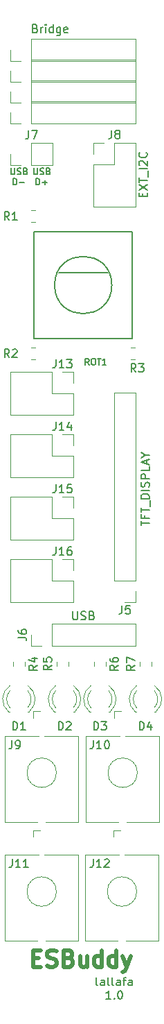
<source format=gbr>
G04 #@! TF.GenerationSoftware,KiCad,Pcbnew,(5.1.5-0-10_14)*
G04 #@! TF.CreationDate,2021-03-12T21:21:17+01:00*
G04 #@! TF.ProjectId,es_base,65735f62-6173-4652-9e6b-696361645f70,rev?*
G04 #@! TF.SameCoordinates,Original*
G04 #@! TF.FileFunction,Legend,Top*
G04 #@! TF.FilePolarity,Positive*
%FSLAX46Y46*%
G04 Gerber Fmt 4.6, Leading zero omitted, Abs format (unit mm)*
G04 Created by KiCad (PCBNEW (5.1.5-0-10_14)) date 2021-03-12 21:21:17*
%MOMM*%
%LPD*%
G04 APERTURE LIST*
%ADD10C,0.150000*%
%ADD11C,0.127000*%
%ADD12C,0.152400*%
%ADD13C,0.500000*%
%ADD14C,0.120000*%
%ADD15C,0.203200*%
G04 APERTURE END LIST*
D10*
X134326380Y-103004380D02*
X134326380Y-102432952D01*
X135326380Y-102718666D02*
X134326380Y-102718666D01*
X134802571Y-101766285D02*
X134802571Y-102099619D01*
X135326380Y-102099619D02*
X134326380Y-102099619D01*
X134326380Y-101623428D01*
X134326380Y-101385333D02*
X134326380Y-100813904D01*
X135326380Y-101099619D02*
X134326380Y-101099619D01*
X135421619Y-100718666D02*
X135421619Y-99956761D01*
X135326380Y-99718666D02*
X134326380Y-99718666D01*
X134326380Y-99480571D01*
X134374000Y-99337714D01*
X134469238Y-99242476D01*
X134564476Y-99194857D01*
X134754952Y-99147238D01*
X134897809Y-99147238D01*
X135088285Y-99194857D01*
X135183523Y-99242476D01*
X135278761Y-99337714D01*
X135326380Y-99480571D01*
X135326380Y-99718666D01*
X135326380Y-98718666D02*
X134326380Y-98718666D01*
X135278761Y-98290095D02*
X135326380Y-98147238D01*
X135326380Y-97909142D01*
X135278761Y-97813904D01*
X135231142Y-97766285D01*
X135135904Y-97718666D01*
X135040666Y-97718666D01*
X134945428Y-97766285D01*
X134897809Y-97813904D01*
X134850190Y-97909142D01*
X134802571Y-98099619D01*
X134754952Y-98194857D01*
X134707333Y-98242476D01*
X134612095Y-98290095D01*
X134516857Y-98290095D01*
X134421619Y-98242476D01*
X134374000Y-98194857D01*
X134326380Y-98099619D01*
X134326380Y-97861523D01*
X134374000Y-97718666D01*
X135326380Y-97290095D02*
X134326380Y-97290095D01*
X134326380Y-96909142D01*
X134374000Y-96813904D01*
X134421619Y-96766285D01*
X134516857Y-96718666D01*
X134659714Y-96718666D01*
X134754952Y-96766285D01*
X134802571Y-96813904D01*
X134850190Y-96909142D01*
X134850190Y-97290095D01*
X135326380Y-95813904D02*
X135326380Y-96290095D01*
X134326380Y-96290095D01*
X135040666Y-95528190D02*
X135040666Y-95052000D01*
X135326380Y-95623428D02*
X134326380Y-95290095D01*
X135326380Y-94956761D01*
X134850190Y-94432952D02*
X135326380Y-94432952D01*
X134326380Y-94766285D02*
X134850190Y-94432952D01*
X134326380Y-94099619D01*
X125992095Y-113498380D02*
X125992095Y-114307904D01*
X126039714Y-114403142D01*
X126087333Y-114450761D01*
X126182571Y-114498380D01*
X126373047Y-114498380D01*
X126468285Y-114450761D01*
X126515904Y-114403142D01*
X126563523Y-114307904D01*
X126563523Y-113498380D01*
X126992095Y-114450761D02*
X127134952Y-114498380D01*
X127373047Y-114498380D01*
X127468285Y-114450761D01*
X127515904Y-114403142D01*
X127563523Y-114307904D01*
X127563523Y-114212666D01*
X127515904Y-114117428D01*
X127468285Y-114069809D01*
X127373047Y-114022190D01*
X127182571Y-113974571D01*
X127087333Y-113926952D01*
X127039714Y-113879333D01*
X126992095Y-113784095D01*
X126992095Y-113688857D01*
X127039714Y-113593619D01*
X127087333Y-113546000D01*
X127182571Y-113498380D01*
X127420666Y-113498380D01*
X127563523Y-113546000D01*
X128325428Y-113974571D02*
X128468285Y-114022190D01*
X128515904Y-114069809D01*
X128563523Y-114165047D01*
X128563523Y-114307904D01*
X128515904Y-114403142D01*
X128468285Y-114450761D01*
X128373047Y-114498380D01*
X127992095Y-114498380D01*
X127992095Y-113498380D01*
X128325428Y-113498380D01*
X128420666Y-113546000D01*
X128468285Y-113593619D01*
X128515904Y-113688857D01*
X128515904Y-113784095D01*
X128468285Y-113879333D01*
X128420666Y-113926952D01*
X128325428Y-113974571D01*
X127992095Y-113974571D01*
X121380476Y-42346571D02*
X121523333Y-42394190D01*
X121570952Y-42441809D01*
X121618571Y-42537047D01*
X121618571Y-42679904D01*
X121570952Y-42775142D01*
X121523333Y-42822761D01*
X121428095Y-42870380D01*
X121047142Y-42870380D01*
X121047142Y-41870380D01*
X121380476Y-41870380D01*
X121475714Y-41918000D01*
X121523333Y-41965619D01*
X121570952Y-42060857D01*
X121570952Y-42156095D01*
X121523333Y-42251333D01*
X121475714Y-42298952D01*
X121380476Y-42346571D01*
X121047142Y-42346571D01*
X122047142Y-42870380D02*
X122047142Y-42203714D01*
X122047142Y-42394190D02*
X122094761Y-42298952D01*
X122142380Y-42251333D01*
X122237619Y-42203714D01*
X122332857Y-42203714D01*
X122666190Y-42870380D02*
X122666190Y-42203714D01*
X122666190Y-41870380D02*
X122618571Y-41918000D01*
X122666190Y-41965619D01*
X122713809Y-41918000D01*
X122666190Y-41870380D01*
X122666190Y-41965619D01*
X123570952Y-42870380D02*
X123570952Y-41870380D01*
X123570952Y-42822761D02*
X123475714Y-42870380D01*
X123285238Y-42870380D01*
X123190000Y-42822761D01*
X123142380Y-42775142D01*
X123094761Y-42679904D01*
X123094761Y-42394190D01*
X123142380Y-42298952D01*
X123190000Y-42251333D01*
X123285238Y-42203714D01*
X123475714Y-42203714D01*
X123570952Y-42251333D01*
X124475714Y-42203714D02*
X124475714Y-43013238D01*
X124428095Y-43108476D01*
X124380476Y-43156095D01*
X124285238Y-43203714D01*
X124142380Y-43203714D01*
X124047142Y-43156095D01*
X124475714Y-42822761D02*
X124380476Y-42870380D01*
X124190000Y-42870380D01*
X124094761Y-42822761D01*
X124047142Y-42775142D01*
X123999523Y-42679904D01*
X123999523Y-42394190D01*
X124047142Y-42298952D01*
X124094761Y-42251333D01*
X124190000Y-42203714D01*
X124380476Y-42203714D01*
X124475714Y-42251333D01*
X125332857Y-42822761D02*
X125237619Y-42870380D01*
X125047142Y-42870380D01*
X124951904Y-42822761D01*
X124904285Y-42727523D01*
X124904285Y-42346571D01*
X124951904Y-42251333D01*
X125047142Y-42203714D01*
X125237619Y-42203714D01*
X125332857Y-42251333D01*
X125380476Y-42346571D01*
X125380476Y-42441809D01*
X124904285Y-42537047D01*
X134548571Y-62864666D02*
X134548571Y-62531333D01*
X135072380Y-62388476D02*
X135072380Y-62864666D01*
X134072380Y-62864666D01*
X134072380Y-62388476D01*
X134072380Y-62055142D02*
X135072380Y-61388476D01*
X134072380Y-61388476D02*
X135072380Y-62055142D01*
X134072380Y-61150380D02*
X134072380Y-60578952D01*
X135072380Y-60864666D02*
X134072380Y-60864666D01*
X135167619Y-60483714D02*
X135167619Y-59721809D01*
X135072380Y-59483714D02*
X134072380Y-59483714D01*
X134167619Y-59055142D02*
X134120000Y-59007523D01*
X134072380Y-58912285D01*
X134072380Y-58674190D01*
X134120000Y-58578952D01*
X134167619Y-58531333D01*
X134262857Y-58483714D01*
X134358095Y-58483714D01*
X134500952Y-58531333D01*
X135072380Y-59102761D01*
X135072380Y-58483714D01*
X134977142Y-57483714D02*
X135024761Y-57531333D01*
X135072380Y-57674190D01*
X135072380Y-57769428D01*
X135024761Y-57912285D01*
X134929523Y-58007523D01*
X134834285Y-58055142D01*
X134643809Y-58102761D01*
X134500952Y-58102761D01*
X134310476Y-58055142D01*
X134215238Y-58007523D01*
X134120000Y-57912285D01*
X134072380Y-57769428D01*
X134072380Y-57674190D01*
X134120000Y-57531333D01*
X134167619Y-57483714D01*
D11*
X121212428Y-59399714D02*
X121212428Y-60016571D01*
X121248714Y-60089142D01*
X121285000Y-60125428D01*
X121357571Y-60161714D01*
X121502714Y-60161714D01*
X121575285Y-60125428D01*
X121611571Y-60089142D01*
X121647857Y-60016571D01*
X121647857Y-59399714D01*
X121974428Y-60125428D02*
X122083285Y-60161714D01*
X122264714Y-60161714D01*
X122337285Y-60125428D01*
X122373571Y-60089142D01*
X122409857Y-60016571D01*
X122409857Y-59944000D01*
X122373571Y-59871428D01*
X122337285Y-59835142D01*
X122264714Y-59798857D01*
X122119571Y-59762571D01*
X122047000Y-59726285D01*
X122010714Y-59690000D01*
X121974428Y-59617428D01*
X121974428Y-59544857D01*
X122010714Y-59472285D01*
X122047000Y-59436000D01*
X122119571Y-59399714D01*
X122301000Y-59399714D01*
X122409857Y-59436000D01*
X122990428Y-59762571D02*
X123099285Y-59798857D01*
X123135571Y-59835142D01*
X123171857Y-59907714D01*
X123171857Y-60016571D01*
X123135571Y-60089142D01*
X123099285Y-60125428D01*
X123026714Y-60161714D01*
X122736428Y-60161714D01*
X122736428Y-59399714D01*
X122990428Y-59399714D01*
X123063000Y-59436000D01*
X123099285Y-59472285D01*
X123135571Y-59544857D01*
X123135571Y-59617428D01*
X123099285Y-59690000D01*
X123063000Y-59726285D01*
X122990428Y-59762571D01*
X122736428Y-59762571D01*
X121502714Y-61431714D02*
X121502714Y-60669714D01*
X121684142Y-60669714D01*
X121793000Y-60706000D01*
X121865571Y-60778571D01*
X121901857Y-60851142D01*
X121938142Y-60996285D01*
X121938142Y-61105142D01*
X121901857Y-61250285D01*
X121865571Y-61322857D01*
X121793000Y-61395428D01*
X121684142Y-61431714D01*
X121502714Y-61431714D01*
X122264714Y-61141428D02*
X122845285Y-61141428D01*
X122555000Y-61431714D02*
X122555000Y-60851142D01*
X118418428Y-59399714D02*
X118418428Y-60016571D01*
X118454714Y-60089142D01*
X118491000Y-60125428D01*
X118563571Y-60161714D01*
X118708714Y-60161714D01*
X118781285Y-60125428D01*
X118817571Y-60089142D01*
X118853857Y-60016571D01*
X118853857Y-59399714D01*
X119180428Y-60125428D02*
X119289285Y-60161714D01*
X119470714Y-60161714D01*
X119543285Y-60125428D01*
X119579571Y-60089142D01*
X119615857Y-60016571D01*
X119615857Y-59944000D01*
X119579571Y-59871428D01*
X119543285Y-59835142D01*
X119470714Y-59798857D01*
X119325571Y-59762571D01*
X119253000Y-59726285D01*
X119216714Y-59690000D01*
X119180428Y-59617428D01*
X119180428Y-59544857D01*
X119216714Y-59472285D01*
X119253000Y-59436000D01*
X119325571Y-59399714D01*
X119507000Y-59399714D01*
X119615857Y-59436000D01*
X120196428Y-59762571D02*
X120305285Y-59798857D01*
X120341571Y-59835142D01*
X120377857Y-59907714D01*
X120377857Y-60016571D01*
X120341571Y-60089142D01*
X120305285Y-60125428D01*
X120232714Y-60161714D01*
X119942428Y-60161714D01*
X119942428Y-59399714D01*
X120196428Y-59399714D01*
X120269000Y-59436000D01*
X120305285Y-59472285D01*
X120341571Y-59544857D01*
X120341571Y-59617428D01*
X120305285Y-59690000D01*
X120269000Y-59726285D01*
X120196428Y-59762571D01*
X119942428Y-59762571D01*
X118708714Y-61431714D02*
X118708714Y-60669714D01*
X118890142Y-60669714D01*
X118999000Y-60706000D01*
X119071571Y-60778571D01*
X119107857Y-60851142D01*
X119144142Y-60996285D01*
X119144142Y-61105142D01*
X119107857Y-61250285D01*
X119071571Y-61322857D01*
X118999000Y-61395428D01*
X118890142Y-61431714D01*
X118708714Y-61431714D01*
X119470714Y-61141428D02*
X120051285Y-61141428D01*
D12*
X129016380Y-159138180D02*
X128921142Y-159090561D01*
X128873523Y-158995323D01*
X128873523Y-158138180D01*
X129825904Y-159138180D02*
X129825904Y-158614371D01*
X129778285Y-158519133D01*
X129683047Y-158471514D01*
X129492571Y-158471514D01*
X129397333Y-158519133D01*
X129825904Y-159090561D02*
X129730666Y-159138180D01*
X129492571Y-159138180D01*
X129397333Y-159090561D01*
X129349714Y-158995323D01*
X129349714Y-158900085D01*
X129397333Y-158804847D01*
X129492571Y-158757228D01*
X129730666Y-158757228D01*
X129825904Y-158709609D01*
X130444952Y-159138180D02*
X130349714Y-159090561D01*
X130302095Y-158995323D01*
X130302095Y-158138180D01*
X130968761Y-159138180D02*
X130873523Y-159090561D01*
X130825904Y-158995323D01*
X130825904Y-158138180D01*
X131778285Y-159138180D02*
X131778285Y-158614371D01*
X131730666Y-158519133D01*
X131635428Y-158471514D01*
X131444952Y-158471514D01*
X131349714Y-158519133D01*
X131778285Y-159090561D02*
X131683047Y-159138180D01*
X131444952Y-159138180D01*
X131349714Y-159090561D01*
X131302095Y-158995323D01*
X131302095Y-158900085D01*
X131349714Y-158804847D01*
X131444952Y-158757228D01*
X131683047Y-158757228D01*
X131778285Y-158709609D01*
X132111619Y-158471514D02*
X132492571Y-158471514D01*
X132254476Y-159138180D02*
X132254476Y-158281038D01*
X132302095Y-158185800D01*
X132397333Y-158138180D01*
X132492571Y-158138180D01*
X133254476Y-159138180D02*
X133254476Y-158614371D01*
X133206857Y-158519133D01*
X133111619Y-158471514D01*
X132921142Y-158471514D01*
X132825904Y-158519133D01*
X133254476Y-159090561D02*
X133159238Y-159138180D01*
X132921142Y-159138180D01*
X132825904Y-159090561D01*
X132778285Y-158995323D01*
X132778285Y-158900085D01*
X132825904Y-158804847D01*
X132921142Y-158757228D01*
X133159238Y-158757228D01*
X133254476Y-158709609D01*
X130635428Y-160790580D02*
X130064000Y-160790580D01*
X130349714Y-160790580D02*
X130349714Y-159790580D01*
X130254476Y-159933438D01*
X130159238Y-160028676D01*
X130064000Y-160076295D01*
X131064000Y-160695342D02*
X131111619Y-160742961D01*
X131064000Y-160790580D01*
X131016380Y-160742961D01*
X131064000Y-160695342D01*
X131064000Y-160790580D01*
X131730666Y-159790580D02*
X131825904Y-159790580D01*
X131921142Y-159838200D01*
X131968761Y-159885819D01*
X132016380Y-159981057D01*
X132064000Y-160171533D01*
X132064000Y-160409628D01*
X132016380Y-160600104D01*
X131968761Y-160695342D01*
X131921142Y-160742961D01*
X131825904Y-160790580D01*
X131730666Y-160790580D01*
X131635428Y-160742961D01*
X131587809Y-160695342D01*
X131540190Y-160600104D01*
X131492571Y-160409628D01*
X131492571Y-160171533D01*
X131540190Y-159981057D01*
X131587809Y-159885819D01*
X131635428Y-159838200D01*
X131730666Y-159790580D01*
D13*
X121142857Y-155813142D02*
X121809523Y-155813142D01*
X122095238Y-156860761D02*
X121142857Y-156860761D01*
X121142857Y-154860761D01*
X122095238Y-154860761D01*
X122857142Y-156765523D02*
X123142857Y-156860761D01*
X123619047Y-156860761D01*
X123809523Y-156765523D01*
X123904761Y-156670285D01*
X124000000Y-156479809D01*
X124000000Y-156289333D01*
X123904761Y-156098857D01*
X123809523Y-156003619D01*
X123619047Y-155908380D01*
X123238095Y-155813142D01*
X123047619Y-155717904D01*
X122952380Y-155622666D01*
X122857142Y-155432190D01*
X122857142Y-155241714D01*
X122952380Y-155051238D01*
X123047619Y-154956000D01*
X123238095Y-154860761D01*
X123714285Y-154860761D01*
X124000000Y-154956000D01*
X125523809Y-155813142D02*
X125809523Y-155908380D01*
X125904761Y-156003619D01*
X126000000Y-156194095D01*
X126000000Y-156479809D01*
X125904761Y-156670285D01*
X125809523Y-156765523D01*
X125619047Y-156860761D01*
X124857142Y-156860761D01*
X124857142Y-154860761D01*
X125523809Y-154860761D01*
X125714285Y-154956000D01*
X125809523Y-155051238D01*
X125904761Y-155241714D01*
X125904761Y-155432190D01*
X125809523Y-155622666D01*
X125714285Y-155717904D01*
X125523809Y-155813142D01*
X124857142Y-155813142D01*
X127714285Y-155527428D02*
X127714285Y-156860761D01*
X126857142Y-155527428D02*
X126857142Y-156575047D01*
X126952380Y-156765523D01*
X127142857Y-156860761D01*
X127428571Y-156860761D01*
X127619047Y-156765523D01*
X127714285Y-156670285D01*
X129523809Y-156860761D02*
X129523809Y-154860761D01*
X129523809Y-156765523D02*
X129333333Y-156860761D01*
X128952380Y-156860761D01*
X128761904Y-156765523D01*
X128666666Y-156670285D01*
X128571428Y-156479809D01*
X128571428Y-155908380D01*
X128666666Y-155717904D01*
X128761904Y-155622666D01*
X128952380Y-155527428D01*
X129333333Y-155527428D01*
X129523809Y-155622666D01*
X131333333Y-156860761D02*
X131333333Y-154860761D01*
X131333333Y-156765523D02*
X131142857Y-156860761D01*
X130761904Y-156860761D01*
X130571428Y-156765523D01*
X130476190Y-156670285D01*
X130380952Y-156479809D01*
X130380952Y-155908380D01*
X130476190Y-155717904D01*
X130571428Y-155622666D01*
X130761904Y-155527428D01*
X131142857Y-155527428D01*
X131333333Y-155622666D01*
X132095238Y-155527428D02*
X132571428Y-156860761D01*
X133047619Y-155527428D02*
X132571428Y-156860761D01*
X132380952Y-157336952D01*
X132285714Y-157432190D01*
X132095238Y-157527428D01*
D14*
X128464000Y-56328000D02*
X129794000Y-56328000D01*
X128464000Y-57658000D02*
X128464000Y-56328000D01*
X131064000Y-56328000D02*
X133664000Y-56328000D01*
X131064000Y-58928000D02*
X131064000Y-56328000D01*
X128464000Y-58928000D02*
X131064000Y-58928000D01*
X133664000Y-56328000D02*
X133664000Y-64068000D01*
X128464000Y-58928000D02*
X128464000Y-64068000D01*
X128464000Y-64068000D02*
X133664000Y-64068000D01*
X126044000Y-107128000D02*
X126044000Y-108458000D01*
X124714000Y-107128000D02*
X126044000Y-107128000D01*
X126044000Y-109728000D02*
X126044000Y-112328000D01*
X123444000Y-109728000D02*
X126044000Y-109728000D01*
X123444000Y-107128000D02*
X123444000Y-109728000D01*
X126044000Y-112328000D02*
X118304000Y-112328000D01*
X123444000Y-107128000D02*
X118304000Y-107128000D01*
X118304000Y-107128000D02*
X118304000Y-112328000D01*
X126044000Y-91888000D02*
X126044000Y-93218000D01*
X124714000Y-91888000D02*
X126044000Y-91888000D01*
X126044000Y-94488000D02*
X126044000Y-97088000D01*
X123444000Y-94488000D02*
X126044000Y-94488000D01*
X123444000Y-91888000D02*
X123444000Y-94488000D01*
X126044000Y-97088000D02*
X118304000Y-97088000D01*
X123444000Y-91888000D02*
X118304000Y-91888000D01*
X118304000Y-91888000D02*
X118304000Y-97088000D01*
X126044000Y-99508000D02*
X126044000Y-100838000D01*
X124714000Y-99508000D02*
X126044000Y-99508000D01*
X126044000Y-102108000D02*
X126044000Y-104708000D01*
X123444000Y-102108000D02*
X126044000Y-102108000D01*
X123444000Y-99508000D02*
X123444000Y-102108000D01*
X126044000Y-104708000D02*
X118304000Y-104708000D01*
X123444000Y-99508000D02*
X118304000Y-99508000D01*
X118304000Y-99508000D02*
X118304000Y-104708000D01*
X126044000Y-84268000D02*
X126044000Y-85598000D01*
X124714000Y-84268000D02*
X126044000Y-84268000D01*
X126044000Y-86868000D02*
X126044000Y-89468000D01*
X123444000Y-86868000D02*
X126044000Y-86868000D01*
X123444000Y-84268000D02*
X123444000Y-86868000D01*
X126044000Y-89468000D02*
X118304000Y-89468000D01*
X123444000Y-84268000D02*
X118304000Y-84268000D01*
X118304000Y-84268000D02*
X118304000Y-89468000D01*
X121114000Y-140200000D02*
X121974000Y-140200000D01*
X121114000Y-140200000D02*
X121114000Y-141000000D01*
X123974000Y-147680000D02*
G75*
G03X123974000Y-147680000I-1800000J0D01*
G01*
X121824000Y-143180000D02*
X117674000Y-143180000D01*
X126674000Y-143180000D02*
X122524000Y-143180000D01*
X121674000Y-153680000D02*
X117674000Y-153680000D01*
X126674000Y-153680000D02*
X122674000Y-153680000D01*
X126674000Y-143180000D02*
X126674000Y-153680000D01*
X117674000Y-143180000D02*
X117674000Y-153680000D01*
X118304000Y-58988000D02*
X118304000Y-57658000D01*
X119634000Y-58988000D02*
X118304000Y-58988000D01*
X120904000Y-58988000D02*
X120904000Y-56328000D01*
X120904000Y-56328000D02*
X123504000Y-56328000D01*
X120904000Y-58988000D02*
X123504000Y-58988000D01*
X123504000Y-58988000D02*
X123504000Y-56328000D01*
X135584000Y-120140252D02*
X135584000Y-119617748D01*
X134164000Y-120140252D02*
X134164000Y-119617748D01*
X129996000Y-120140252D02*
X129996000Y-119617748D01*
X128576000Y-120140252D02*
X128576000Y-119617748D01*
X125424000Y-120140252D02*
X125424000Y-119617748D01*
X124004000Y-120140252D02*
X124004000Y-119617748D01*
X120090000Y-120140252D02*
X120090000Y-119617748D01*
X118670000Y-120140252D02*
X118670000Y-119617748D01*
X120844000Y-117662000D02*
X120844000Y-116332000D01*
X122174000Y-117662000D02*
X120844000Y-117662000D01*
X123444000Y-117662000D02*
X123444000Y-115002000D01*
X123444000Y-115002000D02*
X133664000Y-115002000D01*
X123444000Y-117662000D02*
X133664000Y-117662000D01*
X133664000Y-117662000D02*
X133664000Y-115002000D01*
X135954000Y-125766000D02*
X136110000Y-125766000D01*
X133638000Y-125766000D02*
X133794000Y-125766000D01*
X135953837Y-123164870D02*
G75*
G02X135954000Y-125246961I-1079837J-1041130D01*
G01*
X133794163Y-123164870D02*
G75*
G03X133794000Y-125246961I1079837J-1041130D01*
G01*
X135952608Y-122533665D02*
G75*
G02X136109516Y-125766000I-1078608J-1672335D01*
G01*
X133795392Y-122533665D02*
G75*
G03X133638484Y-125766000I1078608J-1672335D01*
G01*
X130366000Y-125766000D02*
X130522000Y-125766000D01*
X128050000Y-125766000D02*
X128206000Y-125766000D01*
X130365837Y-123164870D02*
G75*
G02X130366000Y-125246961I-1079837J-1041130D01*
G01*
X128206163Y-123164870D02*
G75*
G03X128206000Y-125246961I1079837J-1041130D01*
G01*
X130364608Y-122533665D02*
G75*
G02X130521516Y-125766000I-1078608J-1672335D01*
G01*
X128207392Y-122533665D02*
G75*
G03X128050484Y-125766000I1078608J-1672335D01*
G01*
X126048000Y-125766000D02*
X126204000Y-125766000D01*
X123732000Y-125766000D02*
X123888000Y-125766000D01*
X126047837Y-123164870D02*
G75*
G02X126048000Y-125246961I-1079837J-1041130D01*
G01*
X123888163Y-123164870D02*
G75*
G03X123888000Y-125246961I1079837J-1041130D01*
G01*
X126046608Y-122533665D02*
G75*
G02X126203516Y-125766000I-1078608J-1672335D01*
G01*
X123889392Y-122533665D02*
G75*
G03X123732484Y-125766000I1078608J-1672335D01*
G01*
X120460000Y-125766000D02*
X120616000Y-125766000D01*
X118144000Y-125766000D02*
X118300000Y-125766000D01*
X120459837Y-123164870D02*
G75*
G02X120460000Y-125246961I-1079837J-1041130D01*
G01*
X118300163Y-123164870D02*
G75*
G03X118300000Y-125246961I1079837J-1041130D01*
G01*
X120458608Y-122533665D02*
G75*
G02X120615516Y-125766000I-1078608J-1672335D01*
G01*
X118301392Y-122533665D02*
G75*
G03X118144484Y-125766000I1078608J-1672335D01*
G01*
X133664000Y-112328000D02*
X132334000Y-112328000D01*
X133664000Y-110998000D02*
X133664000Y-112328000D01*
X133664000Y-109728000D02*
X131004000Y-109728000D01*
X131004000Y-109728000D02*
X131004000Y-86808000D01*
X133664000Y-109728000D02*
X133664000Y-86808000D01*
X133664000Y-86808000D02*
X131004000Y-86808000D01*
D15*
X133254000Y-67160000D02*
X133254000Y-80160000D01*
X121254000Y-67160000D02*
X133254000Y-67160000D01*
X121254000Y-80160000D02*
X121254000Y-67160000D01*
X133254000Y-80160000D02*
X121254000Y-80160000D01*
X130754000Y-73660000D02*
G75*
G03X130754000Y-73660000I-3500000J0D01*
G01*
X130254000Y-72160000D02*
X124254000Y-72160000D01*
D14*
X133602252Y-81332000D02*
X133079748Y-81332000D01*
X133602252Y-82752000D02*
X133079748Y-82752000D01*
X120905748Y-82752000D02*
X121428252Y-82752000D01*
X120905748Y-81332000D02*
X121428252Y-81332000D01*
X120905748Y-65988000D02*
X121428252Y-65988000D01*
X120905748Y-64568000D02*
X121428252Y-64568000D01*
X130940000Y-140200000D02*
X131800000Y-140200000D01*
X130940000Y-140200000D02*
X130940000Y-141000000D01*
X133800000Y-147680000D02*
G75*
G03X133800000Y-147680000I-1800000J0D01*
G01*
X131650000Y-143180000D02*
X127500000Y-143180000D01*
X136500000Y-143180000D02*
X132350000Y-143180000D01*
X131500000Y-153680000D02*
X127500000Y-153680000D01*
X136500000Y-153680000D02*
X132500000Y-153680000D01*
X136500000Y-143180000D02*
X136500000Y-153680000D01*
X127500000Y-143180000D02*
X127500000Y-153680000D01*
X131020000Y-125700000D02*
X131880000Y-125700000D01*
X131020000Y-125700000D02*
X131020000Y-126500000D01*
X133880000Y-133180000D02*
G75*
G03X133880000Y-133180000I-1800000J0D01*
G01*
X131730000Y-128680000D02*
X127580000Y-128680000D01*
X136580000Y-128680000D02*
X132430000Y-128680000D01*
X131580000Y-139180000D02*
X127580000Y-139180000D01*
X136580000Y-139180000D02*
X132580000Y-139180000D01*
X136580000Y-128680000D02*
X136580000Y-139180000D01*
X127580000Y-128680000D02*
X127580000Y-139180000D01*
X121114000Y-125700000D02*
X121974000Y-125700000D01*
X121114000Y-125700000D02*
X121114000Y-126500000D01*
X123974000Y-133180000D02*
G75*
G03X123974000Y-133180000I-1800000J0D01*
G01*
X121824000Y-128680000D02*
X117674000Y-128680000D01*
X126674000Y-128680000D02*
X122524000Y-128680000D01*
X121674000Y-139180000D02*
X117674000Y-139180000D01*
X126674000Y-139180000D02*
X122674000Y-139180000D01*
X126674000Y-128680000D02*
X126674000Y-139180000D01*
X117674000Y-128680000D02*
X117674000Y-139180000D01*
X118304000Y-53908000D02*
X118304000Y-52578000D01*
X119634000Y-53908000D02*
X118304000Y-53908000D01*
X120904000Y-53908000D02*
X120904000Y-51248000D01*
X120904000Y-51248000D02*
X133664000Y-51248000D01*
X120904000Y-53908000D02*
X133664000Y-53908000D01*
X133664000Y-53908000D02*
X133664000Y-51248000D01*
X118304000Y-51368000D02*
X118304000Y-50038000D01*
X119634000Y-51368000D02*
X118304000Y-51368000D01*
X120904000Y-51368000D02*
X120904000Y-48708000D01*
X120904000Y-48708000D02*
X133664000Y-48708000D01*
X120904000Y-51368000D02*
X133664000Y-51368000D01*
X133664000Y-51368000D02*
X133664000Y-48708000D01*
X118304000Y-48828000D02*
X118304000Y-47498000D01*
X119634000Y-48828000D02*
X118304000Y-48828000D01*
X120904000Y-48828000D02*
X120904000Y-46168000D01*
X120904000Y-46168000D02*
X133664000Y-46168000D01*
X120904000Y-48828000D02*
X133664000Y-48828000D01*
X133664000Y-48828000D02*
X133664000Y-46168000D01*
X118304000Y-46288000D02*
X118304000Y-44958000D01*
X119634000Y-46288000D02*
X118304000Y-46288000D01*
X120904000Y-46288000D02*
X120904000Y-43628000D01*
X120904000Y-43628000D02*
X133664000Y-43628000D01*
X120904000Y-46288000D02*
X133664000Y-46288000D01*
X133664000Y-46288000D02*
X133664000Y-43628000D01*
D10*
X130730666Y-54780380D02*
X130730666Y-55494666D01*
X130683047Y-55637523D01*
X130587809Y-55732761D01*
X130444952Y-55780380D01*
X130349714Y-55780380D01*
X131349714Y-55208952D02*
X131254476Y-55161333D01*
X131206857Y-55113714D01*
X131159238Y-55018476D01*
X131159238Y-54970857D01*
X131206857Y-54875619D01*
X131254476Y-54828000D01*
X131349714Y-54780380D01*
X131540190Y-54780380D01*
X131635428Y-54828000D01*
X131683047Y-54875619D01*
X131730666Y-54970857D01*
X131730666Y-55018476D01*
X131683047Y-55113714D01*
X131635428Y-55161333D01*
X131540190Y-55208952D01*
X131349714Y-55208952D01*
X131254476Y-55256571D01*
X131206857Y-55304190D01*
X131159238Y-55399428D01*
X131159238Y-55589904D01*
X131206857Y-55685142D01*
X131254476Y-55732761D01*
X131349714Y-55780380D01*
X131540190Y-55780380D01*
X131635428Y-55732761D01*
X131683047Y-55685142D01*
X131730666Y-55589904D01*
X131730666Y-55399428D01*
X131683047Y-55304190D01*
X131635428Y-55256571D01*
X131540190Y-55208952D01*
X123904476Y-105624380D02*
X123904476Y-106338666D01*
X123856857Y-106481523D01*
X123761619Y-106576761D01*
X123618761Y-106624380D01*
X123523523Y-106624380D01*
X124904476Y-106624380D02*
X124333047Y-106624380D01*
X124618761Y-106624380D02*
X124618761Y-105624380D01*
X124523523Y-105767238D01*
X124428285Y-105862476D01*
X124333047Y-105910095D01*
X125761619Y-105624380D02*
X125571142Y-105624380D01*
X125475904Y-105672000D01*
X125428285Y-105719619D01*
X125333047Y-105862476D01*
X125285428Y-106052952D01*
X125285428Y-106433904D01*
X125333047Y-106529142D01*
X125380666Y-106576761D01*
X125475904Y-106624380D01*
X125666380Y-106624380D01*
X125761619Y-106576761D01*
X125809238Y-106529142D01*
X125856857Y-106433904D01*
X125856857Y-106195809D01*
X125809238Y-106100571D01*
X125761619Y-106052952D01*
X125666380Y-106005333D01*
X125475904Y-106005333D01*
X125380666Y-106052952D01*
X125333047Y-106100571D01*
X125285428Y-106195809D01*
X123904476Y-90384380D02*
X123904476Y-91098666D01*
X123856857Y-91241523D01*
X123761619Y-91336761D01*
X123618761Y-91384380D01*
X123523523Y-91384380D01*
X124904476Y-91384380D02*
X124333047Y-91384380D01*
X124618761Y-91384380D02*
X124618761Y-90384380D01*
X124523523Y-90527238D01*
X124428285Y-90622476D01*
X124333047Y-90670095D01*
X125761619Y-90717714D02*
X125761619Y-91384380D01*
X125523523Y-90336761D02*
X125285428Y-91051047D01*
X125904476Y-91051047D01*
X123904476Y-98004380D02*
X123904476Y-98718666D01*
X123856857Y-98861523D01*
X123761619Y-98956761D01*
X123618761Y-99004380D01*
X123523523Y-99004380D01*
X124904476Y-99004380D02*
X124333047Y-99004380D01*
X124618761Y-99004380D02*
X124618761Y-98004380D01*
X124523523Y-98147238D01*
X124428285Y-98242476D01*
X124333047Y-98290095D01*
X125809238Y-98004380D02*
X125333047Y-98004380D01*
X125285428Y-98480571D01*
X125333047Y-98432952D01*
X125428285Y-98385333D01*
X125666380Y-98385333D01*
X125761619Y-98432952D01*
X125809238Y-98480571D01*
X125856857Y-98575809D01*
X125856857Y-98813904D01*
X125809238Y-98909142D01*
X125761619Y-98956761D01*
X125666380Y-99004380D01*
X125428285Y-99004380D01*
X125333047Y-98956761D01*
X125285428Y-98909142D01*
X123904476Y-82764380D02*
X123904476Y-83478666D01*
X123856857Y-83621523D01*
X123761619Y-83716761D01*
X123618761Y-83764380D01*
X123523523Y-83764380D01*
X124904476Y-83764380D02*
X124333047Y-83764380D01*
X124618761Y-83764380D02*
X124618761Y-82764380D01*
X124523523Y-82907238D01*
X124428285Y-83002476D01*
X124333047Y-83050095D01*
X125237809Y-82764380D02*
X125856857Y-82764380D01*
X125523523Y-83145333D01*
X125666380Y-83145333D01*
X125761619Y-83192952D01*
X125809238Y-83240571D01*
X125856857Y-83335809D01*
X125856857Y-83573904D01*
X125809238Y-83669142D01*
X125761619Y-83716761D01*
X125666380Y-83764380D01*
X125380666Y-83764380D01*
X125285428Y-83716761D01*
X125237809Y-83669142D01*
X118570476Y-143724380D02*
X118570476Y-144438666D01*
X118522857Y-144581523D01*
X118427619Y-144676761D01*
X118284761Y-144724380D01*
X118189523Y-144724380D01*
X119570476Y-144724380D02*
X118999047Y-144724380D01*
X119284761Y-144724380D02*
X119284761Y-143724380D01*
X119189523Y-143867238D01*
X119094285Y-143962476D01*
X118999047Y-144010095D01*
X120522857Y-144724380D02*
X119951428Y-144724380D01*
X120237142Y-144724380D02*
X120237142Y-143724380D01*
X120141904Y-143867238D01*
X120046666Y-143962476D01*
X119951428Y-144010095D01*
X120570666Y-54824380D02*
X120570666Y-55538666D01*
X120523047Y-55681523D01*
X120427809Y-55776761D01*
X120284952Y-55824380D01*
X120189714Y-55824380D01*
X120951619Y-54824380D02*
X121618285Y-54824380D01*
X121189714Y-55824380D01*
X133548380Y-120054666D02*
X133072190Y-120388000D01*
X133548380Y-120626095D02*
X132548380Y-120626095D01*
X132548380Y-120245142D01*
X132596000Y-120149904D01*
X132643619Y-120102285D01*
X132738857Y-120054666D01*
X132881714Y-120054666D01*
X132976952Y-120102285D01*
X133024571Y-120149904D01*
X133072190Y-120245142D01*
X133072190Y-120626095D01*
X132548380Y-119721333D02*
X132548380Y-119054666D01*
X133548380Y-119483238D01*
X131516380Y-120054666D02*
X131040190Y-120388000D01*
X131516380Y-120626095D02*
X130516380Y-120626095D01*
X130516380Y-120245142D01*
X130564000Y-120149904D01*
X130611619Y-120102285D01*
X130706857Y-120054666D01*
X130849714Y-120054666D01*
X130944952Y-120102285D01*
X130992571Y-120149904D01*
X131040190Y-120245142D01*
X131040190Y-120626095D01*
X130516380Y-119197523D02*
X130516380Y-119388000D01*
X130564000Y-119483238D01*
X130611619Y-119530857D01*
X130754476Y-119626095D01*
X130944952Y-119673714D01*
X131325904Y-119673714D01*
X131421142Y-119626095D01*
X131468761Y-119578476D01*
X131516380Y-119483238D01*
X131516380Y-119292761D01*
X131468761Y-119197523D01*
X131421142Y-119149904D01*
X131325904Y-119102285D01*
X131087809Y-119102285D01*
X130992571Y-119149904D01*
X130944952Y-119197523D01*
X130897333Y-119292761D01*
X130897333Y-119483238D01*
X130944952Y-119578476D01*
X130992571Y-119626095D01*
X131087809Y-119673714D01*
X123388380Y-120036666D02*
X122912190Y-120370000D01*
X123388380Y-120608095D02*
X122388380Y-120608095D01*
X122388380Y-120227142D01*
X122436000Y-120131904D01*
X122483619Y-120084285D01*
X122578857Y-120036666D01*
X122721714Y-120036666D01*
X122816952Y-120084285D01*
X122864571Y-120131904D01*
X122912190Y-120227142D01*
X122912190Y-120608095D01*
X122388380Y-119131904D02*
X122388380Y-119608095D01*
X122864571Y-119655714D01*
X122816952Y-119608095D01*
X122769333Y-119512857D01*
X122769333Y-119274761D01*
X122816952Y-119179523D01*
X122864571Y-119131904D01*
X122959809Y-119084285D01*
X123197904Y-119084285D01*
X123293142Y-119131904D01*
X123340761Y-119179523D01*
X123388380Y-119274761D01*
X123388380Y-119512857D01*
X123340761Y-119608095D01*
X123293142Y-119655714D01*
X121610380Y-120054666D02*
X121134190Y-120388000D01*
X121610380Y-120626095D02*
X120610380Y-120626095D01*
X120610380Y-120245142D01*
X120658000Y-120149904D01*
X120705619Y-120102285D01*
X120800857Y-120054666D01*
X120943714Y-120054666D01*
X121038952Y-120102285D01*
X121086571Y-120149904D01*
X121134190Y-120245142D01*
X121134190Y-120626095D01*
X120943714Y-119197523D02*
X121610380Y-119197523D01*
X120562761Y-119435619D02*
X121277047Y-119673714D01*
X121277047Y-119054666D01*
X119296380Y-116665333D02*
X120010666Y-116665333D01*
X120153523Y-116712952D01*
X120248761Y-116808190D01*
X120296380Y-116951047D01*
X120296380Y-117046285D01*
X119296380Y-115760571D02*
X119296380Y-115951047D01*
X119344000Y-116046285D01*
X119391619Y-116093904D01*
X119534476Y-116189142D01*
X119724952Y-116236761D01*
X120105904Y-116236761D01*
X120201142Y-116189142D01*
X120248761Y-116141523D01*
X120296380Y-116046285D01*
X120296380Y-115855809D01*
X120248761Y-115760571D01*
X120201142Y-115712952D01*
X120105904Y-115665333D01*
X119867809Y-115665333D01*
X119772571Y-115712952D01*
X119724952Y-115760571D01*
X119677333Y-115855809D01*
X119677333Y-116046285D01*
X119724952Y-116141523D01*
X119772571Y-116189142D01*
X119867809Y-116236761D01*
X134135904Y-127960380D02*
X134135904Y-126960380D01*
X134374000Y-126960380D01*
X134516857Y-127008000D01*
X134612095Y-127103238D01*
X134659714Y-127198476D01*
X134707333Y-127388952D01*
X134707333Y-127531809D01*
X134659714Y-127722285D01*
X134612095Y-127817523D01*
X134516857Y-127912761D01*
X134374000Y-127960380D01*
X134135904Y-127960380D01*
X135564476Y-127293714D02*
X135564476Y-127960380D01*
X135326380Y-126912761D02*
X135088285Y-127627047D01*
X135707333Y-127627047D01*
X128547904Y-127960380D02*
X128547904Y-126960380D01*
X128786000Y-126960380D01*
X128928857Y-127008000D01*
X129024095Y-127103238D01*
X129071714Y-127198476D01*
X129119333Y-127388952D01*
X129119333Y-127531809D01*
X129071714Y-127722285D01*
X129024095Y-127817523D01*
X128928857Y-127912761D01*
X128786000Y-127960380D01*
X128547904Y-127960380D01*
X129452666Y-126960380D02*
X130071714Y-126960380D01*
X129738380Y-127341333D01*
X129881238Y-127341333D01*
X129976476Y-127388952D01*
X130024095Y-127436571D01*
X130071714Y-127531809D01*
X130071714Y-127769904D01*
X130024095Y-127865142D01*
X129976476Y-127912761D01*
X129881238Y-127960380D01*
X129595523Y-127960380D01*
X129500285Y-127912761D01*
X129452666Y-127865142D01*
X124229904Y-127960380D02*
X124229904Y-126960380D01*
X124468000Y-126960380D01*
X124610857Y-127008000D01*
X124706095Y-127103238D01*
X124753714Y-127198476D01*
X124801333Y-127388952D01*
X124801333Y-127531809D01*
X124753714Y-127722285D01*
X124706095Y-127817523D01*
X124610857Y-127912761D01*
X124468000Y-127960380D01*
X124229904Y-127960380D01*
X125182285Y-127055619D02*
X125229904Y-127008000D01*
X125325142Y-126960380D01*
X125563238Y-126960380D01*
X125658476Y-127008000D01*
X125706095Y-127055619D01*
X125753714Y-127150857D01*
X125753714Y-127246095D01*
X125706095Y-127388952D01*
X125134666Y-127960380D01*
X125753714Y-127960380D01*
X118641904Y-127960380D02*
X118641904Y-126960380D01*
X118880000Y-126960380D01*
X119022857Y-127008000D01*
X119118095Y-127103238D01*
X119165714Y-127198476D01*
X119213333Y-127388952D01*
X119213333Y-127531809D01*
X119165714Y-127722285D01*
X119118095Y-127817523D01*
X119022857Y-127912761D01*
X118880000Y-127960380D01*
X118641904Y-127960380D01*
X120165714Y-127960380D02*
X119594285Y-127960380D01*
X119880000Y-127960380D02*
X119880000Y-126960380D01*
X119784761Y-127103238D01*
X119689523Y-127198476D01*
X119594285Y-127246095D01*
X132000666Y-112780380D02*
X132000666Y-113494666D01*
X131953047Y-113637523D01*
X131857809Y-113732761D01*
X131714952Y-113780380D01*
X131619714Y-113780380D01*
X132953047Y-112780380D02*
X132476857Y-112780380D01*
X132429238Y-113256571D01*
X132476857Y-113208952D01*
X132572095Y-113161333D01*
X132810190Y-113161333D01*
X132905428Y-113208952D01*
X132953047Y-113256571D01*
X133000666Y-113351809D01*
X133000666Y-113589904D01*
X132953047Y-113685142D01*
X132905428Y-113732761D01*
X132810190Y-113780380D01*
X132572095Y-113780380D01*
X132476857Y-113732761D01*
X132429238Y-113685142D01*
D12*
X127961571Y-83402714D02*
X127707571Y-83039857D01*
X127526142Y-83402714D02*
X127526142Y-82640714D01*
X127816428Y-82640714D01*
X127889000Y-82677000D01*
X127925285Y-82713285D01*
X127961571Y-82785857D01*
X127961571Y-82894714D01*
X127925285Y-82967285D01*
X127889000Y-83003571D01*
X127816428Y-83039857D01*
X127526142Y-83039857D01*
X128433285Y-82640714D02*
X128578428Y-82640714D01*
X128651000Y-82677000D01*
X128723571Y-82749571D01*
X128759857Y-82894714D01*
X128759857Y-83148714D01*
X128723571Y-83293857D01*
X128651000Y-83366428D01*
X128578428Y-83402714D01*
X128433285Y-83402714D01*
X128360714Y-83366428D01*
X128288142Y-83293857D01*
X128251857Y-83148714D01*
X128251857Y-82894714D01*
X128288142Y-82749571D01*
X128360714Y-82677000D01*
X128433285Y-82640714D01*
X128977571Y-82640714D02*
X129413000Y-82640714D01*
X129195285Y-83402714D02*
X129195285Y-82640714D01*
X130066142Y-83402714D02*
X129630714Y-83402714D01*
X129848428Y-83402714D02*
X129848428Y-82640714D01*
X129775857Y-82749571D01*
X129703285Y-82822142D01*
X129630714Y-82858428D01*
D10*
X133691333Y-84272380D02*
X133358000Y-83796190D01*
X133119904Y-84272380D02*
X133119904Y-83272380D01*
X133500857Y-83272380D01*
X133596095Y-83320000D01*
X133643714Y-83367619D01*
X133691333Y-83462857D01*
X133691333Y-83605714D01*
X133643714Y-83700952D01*
X133596095Y-83748571D01*
X133500857Y-83796190D01*
X133119904Y-83796190D01*
X134024666Y-83272380D02*
X134643714Y-83272380D01*
X134310380Y-83653333D01*
X134453238Y-83653333D01*
X134548476Y-83700952D01*
X134596095Y-83748571D01*
X134643714Y-83843809D01*
X134643714Y-84081904D01*
X134596095Y-84177142D01*
X134548476Y-84224761D01*
X134453238Y-84272380D01*
X134167523Y-84272380D01*
X134072285Y-84224761D01*
X134024666Y-84177142D01*
X118215333Y-82494380D02*
X117882000Y-82018190D01*
X117643904Y-82494380D02*
X117643904Y-81494380D01*
X118024857Y-81494380D01*
X118120095Y-81542000D01*
X118167714Y-81589619D01*
X118215333Y-81684857D01*
X118215333Y-81827714D01*
X118167714Y-81922952D01*
X118120095Y-81970571D01*
X118024857Y-82018190D01*
X117643904Y-82018190D01*
X118596285Y-81589619D02*
X118643904Y-81542000D01*
X118739142Y-81494380D01*
X118977238Y-81494380D01*
X119072476Y-81542000D01*
X119120095Y-81589619D01*
X119167714Y-81684857D01*
X119167714Y-81780095D01*
X119120095Y-81922952D01*
X118548666Y-82494380D01*
X119167714Y-82494380D01*
X118197333Y-65730380D02*
X117864000Y-65254190D01*
X117625904Y-65730380D02*
X117625904Y-64730380D01*
X118006857Y-64730380D01*
X118102095Y-64778000D01*
X118149714Y-64825619D01*
X118197333Y-64920857D01*
X118197333Y-65063714D01*
X118149714Y-65158952D01*
X118102095Y-65206571D01*
X118006857Y-65254190D01*
X117625904Y-65254190D01*
X119149714Y-65730380D02*
X118578285Y-65730380D01*
X118864000Y-65730380D02*
X118864000Y-64730380D01*
X118768761Y-64873238D01*
X118673523Y-64968476D01*
X118578285Y-65016095D01*
X128476476Y-143724380D02*
X128476476Y-144438666D01*
X128428857Y-144581523D01*
X128333619Y-144676761D01*
X128190761Y-144724380D01*
X128095523Y-144724380D01*
X129476476Y-144724380D02*
X128905047Y-144724380D01*
X129190761Y-144724380D02*
X129190761Y-143724380D01*
X129095523Y-143867238D01*
X129000285Y-143962476D01*
X128905047Y-144010095D01*
X129857428Y-143819619D02*
X129905047Y-143772000D01*
X130000285Y-143724380D01*
X130238380Y-143724380D01*
X130333619Y-143772000D01*
X130381238Y-143819619D01*
X130428857Y-143914857D01*
X130428857Y-144010095D01*
X130381238Y-144152952D01*
X129809809Y-144724380D01*
X130428857Y-144724380D01*
X128476476Y-129246380D02*
X128476476Y-129960666D01*
X128428857Y-130103523D01*
X128333619Y-130198761D01*
X128190761Y-130246380D01*
X128095523Y-130246380D01*
X129476476Y-130246380D02*
X128905047Y-130246380D01*
X129190761Y-130246380D02*
X129190761Y-129246380D01*
X129095523Y-129389238D01*
X129000285Y-129484476D01*
X128905047Y-129532095D01*
X130095523Y-129246380D02*
X130190761Y-129246380D01*
X130286000Y-129294000D01*
X130333619Y-129341619D01*
X130381238Y-129436857D01*
X130428857Y-129627333D01*
X130428857Y-129865428D01*
X130381238Y-130055904D01*
X130333619Y-130151142D01*
X130286000Y-130198761D01*
X130190761Y-130246380D01*
X130095523Y-130246380D01*
X130000285Y-130198761D01*
X129952666Y-130151142D01*
X129905047Y-130055904D01*
X129857428Y-129865428D01*
X129857428Y-129627333D01*
X129905047Y-129436857D01*
X129952666Y-129341619D01*
X130000285Y-129294000D01*
X130095523Y-129246380D01*
X118538666Y-129246380D02*
X118538666Y-129960666D01*
X118491047Y-130103523D01*
X118395809Y-130198761D01*
X118252952Y-130246380D01*
X118157714Y-130246380D01*
X119062476Y-130246380D02*
X119252952Y-130246380D01*
X119348190Y-130198761D01*
X119395809Y-130151142D01*
X119491047Y-130008285D01*
X119538666Y-129817809D01*
X119538666Y-129436857D01*
X119491047Y-129341619D01*
X119443428Y-129294000D01*
X119348190Y-129246380D01*
X119157714Y-129246380D01*
X119062476Y-129294000D01*
X119014857Y-129341619D01*
X118967238Y-129436857D01*
X118967238Y-129674952D01*
X119014857Y-129770190D01*
X119062476Y-129817809D01*
X119157714Y-129865428D01*
X119348190Y-129865428D01*
X119443428Y-129817809D01*
X119491047Y-129770190D01*
X119538666Y-129674952D01*
M02*

</source>
